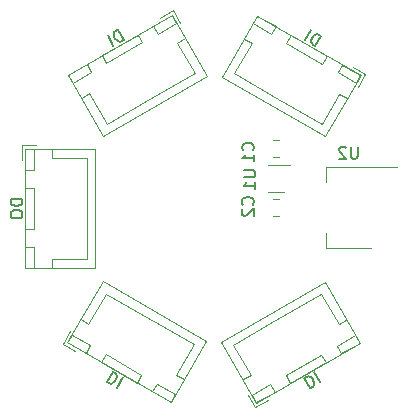
<source format=gbr>
%TF.GenerationSoftware,KiCad,Pcbnew,(7.0.0)*%
%TF.CreationDate,2023-06-29T20:54:47-07:00*%
%TF.ProjectId,glowprism_pipe_pcb,676c6f77-7072-4697-936d-5f706970655f,rev?*%
%TF.SameCoordinates,Original*%
%TF.FileFunction,Legend,Bot*%
%TF.FilePolarity,Positive*%
%FSLAX46Y46*%
G04 Gerber Fmt 4.6, Leading zero omitted, Abs format (unit mm)*
G04 Created by KiCad (PCBNEW (7.0.0)) date 2023-06-29 20:54:47*
%MOMM*%
%LPD*%
G01*
G04 APERTURE LIST*
%ADD10C,0.150000*%
%ADD11C,0.120000*%
G04 APERTURE END LIST*
D10*
X-16217619Y825713D02*
X-17217619Y825713D01*
X-17217619Y825713D02*
X-17217619Y587618D01*
X-17217619Y587618D02*
X-17170000Y444761D01*
X-17170000Y444761D02*
X-17074761Y349523D01*
X-17074761Y349523D02*
X-16979523Y301904D01*
X-16979523Y301904D02*
X-16789047Y254285D01*
X-16789047Y254285D02*
X-16646190Y254285D01*
X-16646190Y254285D02*
X-16455714Y301904D01*
X-16455714Y301904D02*
X-16360476Y349523D01*
X-16360476Y349523D02*
X-16265238Y444761D01*
X-16265238Y444761D02*
X-16217619Y587618D01*
X-16217619Y587618D02*
X-16217619Y825713D01*
X-17217619Y-364762D02*
X-17217619Y-555238D01*
X-17217619Y-555238D02*
X-17170000Y-650476D01*
X-17170000Y-650476D02*
X-17074761Y-745714D01*
X-17074761Y-745714D02*
X-16884285Y-793333D01*
X-16884285Y-793333D02*
X-16550952Y-793333D01*
X-16550952Y-793333D02*
X-16360476Y-745714D01*
X-16360476Y-745714D02*
X-16265238Y-650476D01*
X-16265238Y-650476D02*
X-16217619Y-555238D01*
X-16217619Y-555238D02*
X-16217619Y-364762D01*
X-16217619Y-364762D02*
X-16265238Y-269524D01*
X-16265238Y-269524D02*
X-16360476Y-174286D01*
X-16360476Y-174286D02*
X-16550952Y-126667D01*
X-16550952Y-126667D02*
X-16884285Y-126667D01*
X-16884285Y-126667D02*
X-17074761Y-174286D01*
X-17074761Y-174286D02*
X-17170000Y-269524D01*
X-17170000Y-269524D02*
X-17217619Y-364762D01*
X-8576464Y-13774869D02*
X-9076464Y-14640895D01*
X-9076464Y-14640895D02*
X-8870267Y-14759942D01*
X-8870267Y-14759942D02*
X-8722740Y-14790132D01*
X-8722740Y-14790132D02*
X-8592642Y-14755272D01*
X-8592642Y-14755272D02*
X-8503784Y-14696603D01*
X-8503784Y-14696603D02*
X-8367306Y-14555455D01*
X-8367306Y-14555455D02*
X-8295878Y-14431737D01*
X-8295878Y-14431737D02*
X-8241879Y-14242971D01*
X-8241879Y-14242971D02*
X-8235499Y-14136682D01*
X-8235499Y-14136682D02*
X-8270359Y-14006585D01*
X-8270359Y-14006585D02*
X-8370267Y-13893917D01*
X-8370267Y-13893917D02*
X-8576464Y-13774869D01*
X-7710438Y-14274869D02*
X-8210438Y-15140895D01*
X7641156Y-14314869D02*
X8141156Y-15180894D01*
X8141156Y-15180894D02*
X8347352Y-15061847D01*
X8347352Y-15061847D02*
X8447260Y-14949179D01*
X8447260Y-14949179D02*
X8482120Y-14819081D01*
X8482120Y-14819081D02*
X8475740Y-14712793D01*
X8475740Y-14712793D02*
X8421741Y-14524026D01*
X8421741Y-14524026D02*
X8350313Y-14400308D01*
X8350313Y-14400308D02*
X8213836Y-14259161D01*
X8213836Y-14259161D02*
X8124977Y-14200492D01*
X8124977Y-14200492D02*
X7994879Y-14165632D01*
X7994879Y-14165632D02*
X7847352Y-14195821D01*
X7847352Y-14195821D02*
X7641156Y-14314869D01*
X8507181Y-13814869D02*
X9007181Y-14680894D01*
X-7641156Y14314869D02*
X-8141156Y15180894D01*
X-8141156Y15180894D02*
X-8347352Y15061847D01*
X-8347352Y15061847D02*
X-8447260Y14949179D01*
X-8447260Y14949179D02*
X-8482120Y14819081D01*
X-8482120Y14819081D02*
X-8475740Y14712793D01*
X-8475740Y14712793D02*
X-8421741Y14524026D01*
X-8421741Y14524026D02*
X-8350313Y14400308D01*
X-8350313Y14400308D02*
X-8213836Y14259161D01*
X-8213836Y14259161D02*
X-8124977Y14200492D01*
X-8124977Y14200492D02*
X-7994879Y14165632D01*
X-7994879Y14165632D02*
X-7847352Y14195821D01*
X-7847352Y14195821D02*
X-7641156Y14314869D01*
X-8507181Y13814869D02*
X-9007181Y14680894D01*
X8576464Y13774869D02*
X9076464Y14640895D01*
X9076464Y14640895D02*
X8870267Y14759942D01*
X8870267Y14759942D02*
X8722740Y14790132D01*
X8722740Y14790132D02*
X8592642Y14755272D01*
X8592642Y14755272D02*
X8503784Y14696603D01*
X8503784Y14696603D02*
X8367306Y14555455D01*
X8367306Y14555455D02*
X8295878Y14431737D01*
X8295878Y14431737D02*
X8241879Y14242971D01*
X8241879Y14242971D02*
X8235499Y14136682D01*
X8235499Y14136682D02*
X8270359Y14006585D01*
X8270359Y14006585D02*
X8370267Y13893917D01*
X8370267Y13893917D02*
X8576464Y13774869D01*
X7710438Y14274869D02*
X8210438Y15140895D01*
%TO.C,U2*%
X12166904Y5259619D02*
X12166904Y4450095D01*
X12166904Y4450095D02*
X12119285Y4354857D01*
X12119285Y4354857D02*
X12071666Y4307238D01*
X12071666Y4307238D02*
X11976428Y4259619D01*
X11976428Y4259619D02*
X11785952Y4259619D01*
X11785952Y4259619D02*
X11690714Y4307238D01*
X11690714Y4307238D02*
X11643095Y4354857D01*
X11643095Y4354857D02*
X11595476Y4450095D01*
X11595476Y4450095D02*
X11595476Y5259619D01*
X11166904Y5164380D02*
X11119285Y5212000D01*
X11119285Y5212000D02*
X11024047Y5259619D01*
X11024047Y5259619D02*
X10785952Y5259619D01*
X10785952Y5259619D02*
X10690714Y5212000D01*
X10690714Y5212000D02*
X10643095Y5164380D01*
X10643095Y5164380D02*
X10595476Y5069142D01*
X10595476Y5069142D02*
X10595476Y4973904D01*
X10595476Y4973904D02*
X10643095Y4831047D01*
X10643095Y4831047D02*
X11214523Y4259619D01*
X11214523Y4259619D02*
X10595476Y4259619D01*
%TO.C,U1*%
X2516980Y3251104D02*
X3326504Y3251104D01*
X3326504Y3251104D02*
X3421742Y3203485D01*
X3421742Y3203485D02*
X3469361Y3155866D01*
X3469361Y3155866D02*
X3516980Y3060628D01*
X3516980Y3060628D02*
X3516980Y2870152D01*
X3516980Y2870152D02*
X3469361Y2774914D01*
X3469361Y2774914D02*
X3421742Y2727295D01*
X3421742Y2727295D02*
X3326504Y2679676D01*
X3326504Y2679676D02*
X2516980Y2679676D01*
X3516980Y1679676D02*
X3516980Y2251104D01*
X3516980Y1965390D02*
X2516980Y1965390D01*
X2516980Y1965390D02*
X2659838Y2060628D01*
X2659838Y2060628D02*
X2755076Y2155866D01*
X2755076Y2155866D02*
X2802695Y2251104D01*
%TO.C,C2*%
X3269342Y369866D02*
X3316961Y417485D01*
X3316961Y417485D02*
X3364580Y560342D01*
X3364580Y560342D02*
X3364580Y655580D01*
X3364580Y655580D02*
X3316961Y798437D01*
X3316961Y798437D02*
X3221723Y893675D01*
X3221723Y893675D02*
X3126485Y941294D01*
X3126485Y941294D02*
X2936009Y988913D01*
X2936009Y988913D02*
X2793152Y988913D01*
X2793152Y988913D02*
X2602676Y941294D01*
X2602676Y941294D02*
X2507438Y893675D01*
X2507438Y893675D02*
X2412200Y798437D01*
X2412200Y798437D02*
X2364580Y655580D01*
X2364580Y655580D02*
X2364580Y560342D01*
X2364580Y560342D02*
X2412200Y417485D01*
X2412200Y417485D02*
X2459819Y369866D01*
X2459819Y-11086D02*
X2412200Y-58705D01*
X2412200Y-58705D02*
X2364580Y-153943D01*
X2364580Y-153943D02*
X2364580Y-392038D01*
X2364580Y-392038D02*
X2412200Y-487276D01*
X2412200Y-487276D02*
X2459819Y-534895D01*
X2459819Y-534895D02*
X2555057Y-582514D01*
X2555057Y-582514D02*
X2650295Y-582514D01*
X2650295Y-582514D02*
X2793152Y-534895D01*
X2793152Y-534895D02*
X3364580Y36532D01*
X3364580Y36532D02*
X3364580Y-582514D01*
%TO.C,C1*%
X3294742Y4967266D02*
X3342361Y5014885D01*
X3342361Y5014885D02*
X3389980Y5157742D01*
X3389980Y5157742D02*
X3389980Y5252980D01*
X3389980Y5252980D02*
X3342361Y5395837D01*
X3342361Y5395837D02*
X3247123Y5491075D01*
X3247123Y5491075D02*
X3151885Y5538694D01*
X3151885Y5538694D02*
X2961409Y5586313D01*
X2961409Y5586313D02*
X2818552Y5586313D01*
X2818552Y5586313D02*
X2628076Y5538694D01*
X2628076Y5538694D02*
X2532838Y5491075D01*
X2532838Y5491075D02*
X2437600Y5395837D01*
X2437600Y5395837D02*
X2389980Y5252980D01*
X2389980Y5252980D02*
X2389980Y5157742D01*
X2389980Y5157742D02*
X2437600Y5014885D01*
X2437600Y5014885D02*
X2485219Y4967266D01*
X3389980Y4014885D02*
X3389980Y4586313D01*
X3389980Y4300599D02*
X2389980Y4300599D01*
X2389980Y4300599D02*
X2532838Y4395837D01*
X2532838Y4395837D02*
X2628076Y4491075D01*
X2628076Y4491075D02*
X2675695Y4586313D01*
D11*
%TO.C,U2*%
X15505000Y3537000D02*
X9495000Y3537000D01*
X13255000Y-3283000D02*
X9495000Y-3283000D01*
X9495000Y-3283000D02*
X9495000Y-2023000D01*
X9495000Y3537000D02*
X9495000Y2277000D01*
%TO.C,U1*%
X4547600Y3735800D02*
X6447600Y3735800D01*
X5947600Y1415800D02*
X4547600Y1415800D01*
%TO.C,C2*%
X5493652Y-608000D02*
X4971148Y-608000D01*
X5493652Y862000D02*
X4971148Y862000D01*
%TO.C,C1*%
X5001548Y5865800D02*
X5524052Y5865800D01*
X5001548Y4395800D02*
X5524052Y4395800D01*
%TO.C,J1*%
X3477123Y-16802554D02*
X2852123Y-15720022D01*
X598270Y-11236235D02*
X9362447Y-6176235D01*
X6069814Y-14093227D02*
X9100903Y-12343227D01*
X3211930Y-15743227D02*
X4770776Y-14843227D01*
X9362447Y-6176235D02*
X12347447Y-11346406D01*
X6444814Y-14742746D02*
X6069814Y-14093227D01*
X4770776Y-14843227D02*
X5145776Y-15492746D01*
X10399941Y-11593227D02*
X11958787Y-10693227D01*
X3111449Y-14069189D02*
X1636449Y-11514414D01*
X2461930Y-14444189D02*
X3111449Y-14069189D01*
X3583270Y-16406406D02*
X598270Y-11236235D01*
X9100903Y-12343227D02*
X9475903Y-12992746D01*
X1636449Y-11514414D02*
X5360359Y-9364414D01*
X3586930Y-16392746D02*
X3211930Y-15743227D01*
X12347447Y-11346406D02*
X3583270Y-16406406D01*
X4559654Y-16177554D02*
X3477123Y-16802554D01*
X11958787Y-10693227D02*
X12333787Y-11342746D01*
X9475903Y-12992746D02*
X6444814Y-14742746D01*
X10559268Y-9769189D02*
X9084268Y-7214414D01*
X11208787Y-9394189D02*
X10559268Y-9769189D01*
X10774941Y-12242746D02*
X10399941Y-11593227D01*
X5145776Y-15492746D02*
X3586930Y-16392746D01*
X12333787Y-11342746D02*
X10774941Y-12242746D01*
X9084268Y-7214414D02*
X5360359Y-9364414D01*
%TO.C,J2*%
X1705732Y11474414D02*
X5429641Y9324414D01*
X3656213Y16352746D02*
X5215059Y15452746D01*
X10844224Y12202746D02*
X12403070Y11302746D01*
X5215059Y15452746D02*
X4840059Y14803227D01*
X2531213Y14404189D02*
X3180732Y14029189D01*
X3180732Y14029189D02*
X1705732Y11474414D01*
X6514097Y14702746D02*
X9545186Y12952746D01*
X3281213Y15703227D02*
X3656213Y16352746D01*
X11730346Y12037554D02*
X12812877Y11412554D01*
X3652553Y16366406D02*
X12416730Y11306406D01*
X12403070Y11302746D02*
X12028070Y10653227D01*
X9153551Y7174414D02*
X5429641Y9324414D01*
X6139097Y14053227D02*
X6514097Y14702746D01*
X12416730Y11306406D02*
X9431730Y6136235D01*
X11278070Y9354189D02*
X10628551Y9729189D01*
X10628551Y9729189D02*
X9153551Y7174414D01*
X4840059Y14803227D02*
X3281213Y15703227D01*
X10469224Y11553227D02*
X10844224Y12202746D01*
X9545186Y12952746D02*
X9170186Y12303227D01*
X667553Y11196235D02*
X3652553Y16366406D01*
X12028070Y10653227D02*
X10469224Y11553227D01*
X9170186Y12303227D02*
X6139097Y14053227D01*
X9431730Y6136235D02*
X667553Y11196235D01*
X12812877Y11412554D02*
X12187877Y10330022D01*
%TO.C,J3*%
X-12812877Y-11412554D02*
X-12187877Y-10330022D01*
X-9431730Y-6136235D02*
X-667553Y-11196235D01*
X-9170186Y-12303227D02*
X-6139097Y-14053227D01*
X-12028070Y-10653227D02*
X-10469224Y-11553227D01*
X-667553Y-11196235D02*
X-3652553Y-16366406D01*
X-9545186Y-12952746D02*
X-9170186Y-12303227D01*
X-10469224Y-11553227D02*
X-10844224Y-12202746D01*
X-4840059Y-14803227D02*
X-3281213Y-15703227D01*
X-10628551Y-9729189D02*
X-9153551Y-7174414D01*
X-11278070Y-9354189D02*
X-10628551Y-9729189D01*
X-12416730Y-11306406D02*
X-9431730Y-6136235D01*
X-6139097Y-14053227D02*
X-6514097Y-14702746D01*
X-9153551Y-7174414D02*
X-5429641Y-9324414D01*
X-12403070Y-11302746D02*
X-12028070Y-10653227D01*
X-3652553Y-16366406D02*
X-12416730Y-11306406D01*
X-11730346Y-12037554D02*
X-12812877Y-11412554D01*
X-3281213Y-15703227D02*
X-3656213Y-16352746D01*
X-6514097Y-14702746D02*
X-9545186Y-12952746D01*
X-3180732Y-14029189D02*
X-1705732Y-11474414D01*
X-2531213Y-14404189D02*
X-3180732Y-14029189D01*
X-5215059Y-15452746D02*
X-4840059Y-14803227D01*
X-10844224Y-12202746D02*
X-12403070Y-11302746D01*
X-3656213Y-16352746D02*
X-5215059Y-15452746D01*
X-1705732Y-11474414D02*
X-5429641Y-9324414D01*
%TO.C,J4*%
X-9084268Y7214414D02*
X-5360359Y9364414D01*
X-12333787Y11342746D02*
X-10774941Y12242746D01*
X-5145776Y15492746D02*
X-3586930Y16392746D01*
X-10774941Y12242746D02*
X-10399941Y11593227D01*
X-11208787Y9394189D02*
X-10559268Y9769189D01*
X-10559268Y9769189D02*
X-9084268Y7214414D01*
X-9475903Y12992746D02*
X-6444814Y14742746D01*
X-11958787Y10693227D02*
X-12333787Y11342746D01*
X-4559654Y16177554D02*
X-3477123Y16802554D01*
X-12347447Y11346406D02*
X-3583270Y16406406D01*
X-3586930Y16392746D02*
X-3211930Y15743227D01*
X-1636449Y11514414D02*
X-5360359Y9364414D01*
X-9100903Y12343227D02*
X-9475903Y12992746D01*
X-3583270Y16406406D02*
X-598270Y11236235D01*
X-2461930Y14444189D02*
X-3111449Y14069189D01*
X-3111449Y14069189D02*
X-1636449Y11514414D01*
X-10399941Y11593227D02*
X-11958787Y10693227D01*
X-4770776Y14843227D02*
X-5145776Y15492746D01*
X-6444814Y14742746D02*
X-6069814Y14093227D01*
X-9362447Y6176235D02*
X-12347447Y11346406D01*
X-3211930Y15743227D02*
X-4770776Y14843227D01*
X-6069814Y14093227D02*
X-9100903Y12343227D01*
X-598270Y11236235D02*
X-9362447Y6176235D01*
X-3477123Y16802554D02*
X-2852123Y15720022D01*
%TO.C,J5*%
X-16290000Y5390000D02*
X-15040000Y5390000D01*
X-10030000Y5100000D02*
X-10030000Y-5020000D01*
X-15240000Y1790000D02*
X-15240000Y-1710000D01*
X-15240000Y5090000D02*
X-15240000Y3290000D01*
X-10030000Y-5020000D02*
X-16000000Y-5020000D01*
X-15990000Y1790000D02*
X-15240000Y1790000D01*
X-15240000Y3290000D02*
X-15990000Y3290000D01*
X-15240000Y-3210000D02*
X-15240000Y-5010000D01*
X-13740000Y4340000D02*
X-10790000Y4340000D01*
X-13740000Y5090000D02*
X-13740000Y4340000D01*
X-16000000Y5100000D02*
X-10030000Y5100000D01*
X-15240000Y-1710000D02*
X-15990000Y-1710000D01*
X-10790000Y4340000D02*
X-10790000Y40000D01*
X-15990000Y5090000D02*
X-15240000Y5090000D01*
X-16000000Y-5020000D02*
X-16000000Y5100000D01*
X-16290000Y4140000D02*
X-16290000Y5390000D01*
X-15240000Y-5010000D02*
X-15990000Y-5010000D01*
X-15990000Y-1710000D02*
X-15990000Y1790000D01*
X-13740000Y-4260000D02*
X-10790000Y-4260000D01*
X-13740000Y-5010000D02*
X-13740000Y-4260000D01*
X-15990000Y-3210000D02*
X-15240000Y-3210000D01*
X-15990000Y3290000D02*
X-15990000Y5090000D01*
X-15990000Y-5010000D02*
X-15990000Y-3210000D01*
X-10790000Y-4260000D02*
X-10790000Y40000D01*
%TD*%
M02*

</source>
